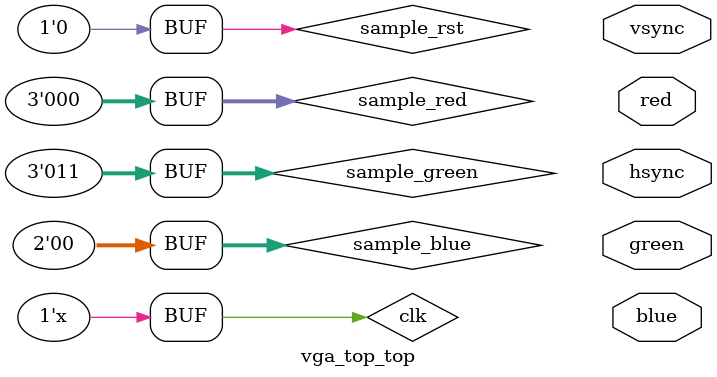
<source format=sv>
module vga_top_top
(
    output [3:0] red,
    output [3:0] green,
    output [3:0] blue,
    output hsync,
    output vsync
);
	
	reg [2:0] sample_green = 3;
	reg [2:0] sample_red = 0;
	reg [1:0] sample_blue = 0;
	reg sample_rst = 0;
	
	
	reg clk = 0;
	
	always #1 clk = ~clk;

	wire [$clog2(526)-1:0]  vc_count;
	wire [$clog2(801)-1:0]  hc_count;
	
	/*
   vga VGA(
        .vgaclk(clk),
        .hc_out(hc_count),
        .vc_out(vc_count),
        .hsync(hsync),
        .vsync(vsync),
        .red(red),
        .green(green),
        .blue(blue)
    );
	 */


endmodule
</source>
